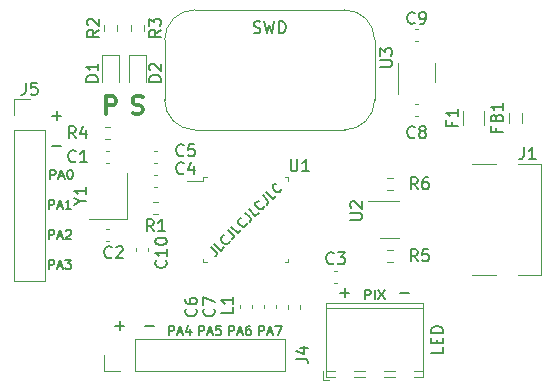
<source format=gbr>
%TF.GenerationSoftware,KiCad,Pcbnew,(6.0.5)*%
%TF.CreationDate,2022-06-21T13:53:18+02:00*%
%TF.ProjectId,usb-c_demo1,7573622d-635f-4646-956d-6f312e6b6963,rev?*%
%TF.SameCoordinates,Original*%
%TF.FileFunction,Legend,Top*%
%TF.FilePolarity,Positive*%
%FSLAX46Y46*%
G04 Gerber Fmt 4.6, Leading zero omitted, Abs format (unit mm)*
G04 Created by KiCad (PCBNEW (6.0.5)) date 2022-06-21 13:53:18*
%MOMM*%
%LPD*%
G01*
G04 APERTURE LIST*
%ADD10C,0.150000*%
%ADD11C,0.300000*%
%ADD12C,0.120000*%
G04 APERTURE END LIST*
D10*
X44575291Y-65803147D02*
X44979352Y-66207208D01*
X45033227Y-66314958D01*
X45033227Y-66422708D01*
X44979352Y-66530457D01*
X44925478Y-66584332D01*
X45679725Y-65830085D02*
X45410351Y-66099459D01*
X44844665Y-65533773D01*
X46137661Y-65264399D02*
X46137661Y-65318274D01*
X46083786Y-65426024D01*
X46029911Y-65479898D01*
X45922162Y-65533773D01*
X45814412Y-65533773D01*
X45733600Y-65506836D01*
X45598913Y-65426024D01*
X45518101Y-65345211D01*
X45437288Y-65210524D01*
X45410351Y-65129712D01*
X45410351Y-65021963D01*
X45464226Y-64914213D01*
X45518101Y-64860338D01*
X45625850Y-64806463D01*
X45679725Y-64806463D01*
X46029911Y-64348528D02*
X46433972Y-64752589D01*
X46487847Y-64860338D01*
X46487847Y-64968088D01*
X46433972Y-65075837D01*
X46380097Y-65129712D01*
X47134345Y-64375465D02*
X46864971Y-64644839D01*
X46299285Y-64079154D01*
X47592280Y-63809780D02*
X47592280Y-63863654D01*
X47538406Y-63971404D01*
X47484531Y-64025279D01*
X47376781Y-64079154D01*
X47269032Y-64079154D01*
X47188219Y-64052216D01*
X47053532Y-63971404D01*
X46972720Y-63890592D01*
X46891908Y-63755905D01*
X46864971Y-63675093D01*
X46864971Y-63567343D01*
X46918845Y-63459593D01*
X46972720Y-63405719D01*
X47080470Y-63351844D01*
X47134345Y-63351844D01*
X47484531Y-62893908D02*
X47888592Y-63297969D01*
X47942467Y-63405719D01*
X47942467Y-63513468D01*
X47888592Y-63621218D01*
X47834717Y-63675093D01*
X48588964Y-62920845D02*
X48319590Y-63190219D01*
X47753905Y-62624534D01*
X49046900Y-62355160D02*
X49046900Y-62409035D01*
X48993025Y-62516784D01*
X48939150Y-62570659D01*
X48831401Y-62624534D01*
X48723651Y-62624534D01*
X48642839Y-62597597D01*
X48508152Y-62516784D01*
X48427340Y-62435972D01*
X48346528Y-62301285D01*
X48319590Y-62220473D01*
X48319590Y-62112723D01*
X48373465Y-62004974D01*
X48427340Y-61951099D01*
X48535089Y-61897224D01*
X48588964Y-61897224D01*
X48939150Y-61439288D02*
X49343211Y-61843349D01*
X49397086Y-61951099D01*
X49397086Y-62058849D01*
X49343211Y-62166598D01*
X49289337Y-62220473D01*
X50043584Y-61466226D02*
X49774210Y-61735600D01*
X49208524Y-61169914D01*
X50501520Y-60900540D02*
X50501520Y-60954415D01*
X50447645Y-61062165D01*
X50393770Y-61116039D01*
X50286021Y-61169914D01*
X50178271Y-61169914D01*
X50097459Y-61142977D01*
X49962772Y-61062165D01*
X49881960Y-60981352D01*
X49801147Y-60846665D01*
X49774210Y-60765853D01*
X49774210Y-60658104D01*
X49828085Y-60550354D01*
X49881960Y-60496479D01*
X49989709Y-60442604D01*
X50043584Y-60442604D01*
X55499047Y-69667428D02*
X56260952Y-69667428D01*
X55880000Y-70048380D02*
X55880000Y-69286476D01*
D11*
X35675142Y-54526571D02*
X35675142Y-53026571D01*
X36246571Y-53026571D01*
X36389428Y-53098000D01*
X36460857Y-53169428D01*
X36532285Y-53312285D01*
X36532285Y-53526571D01*
X36460857Y-53669428D01*
X36389428Y-53740857D01*
X36246571Y-53812285D01*
X35675142Y-53812285D01*
D10*
X38989047Y-72461428D02*
X39750952Y-72461428D01*
X46056666Y-73259904D02*
X46056666Y-72459904D01*
X46361428Y-72459904D01*
X46437619Y-72498000D01*
X46475714Y-72536095D01*
X46513809Y-72612285D01*
X46513809Y-72726571D01*
X46475714Y-72802761D01*
X46437619Y-72840857D01*
X46361428Y-72878952D01*
X46056666Y-72878952D01*
X46818571Y-73031333D02*
X47199523Y-73031333D01*
X46742380Y-73259904D02*
X47009047Y-72459904D01*
X47275714Y-73259904D01*
X47885238Y-72459904D02*
X47732857Y-72459904D01*
X47656666Y-72498000D01*
X47618571Y-72536095D01*
X47542380Y-72650380D01*
X47504285Y-72802761D01*
X47504285Y-73107523D01*
X47542380Y-73183714D01*
X47580476Y-73221809D01*
X47656666Y-73259904D01*
X47809047Y-73259904D01*
X47885238Y-73221809D01*
X47923333Y-73183714D01*
X47961428Y-73107523D01*
X47961428Y-72917047D01*
X47923333Y-72840857D01*
X47885238Y-72802761D01*
X47809047Y-72764666D01*
X47656666Y-72764666D01*
X47580476Y-72802761D01*
X47542380Y-72840857D01*
X47504285Y-72917047D01*
X30816666Y-62591904D02*
X30816666Y-61791904D01*
X31121428Y-61791904D01*
X31197619Y-61830000D01*
X31235714Y-61868095D01*
X31273809Y-61944285D01*
X31273809Y-62058571D01*
X31235714Y-62134761D01*
X31197619Y-62172857D01*
X31121428Y-62210952D01*
X30816666Y-62210952D01*
X31578571Y-62363333D02*
X31959523Y-62363333D01*
X31502380Y-62591904D02*
X31769047Y-61791904D01*
X32035714Y-62591904D01*
X32721428Y-62591904D02*
X32264285Y-62591904D01*
X32492857Y-62591904D02*
X32492857Y-61791904D01*
X32416666Y-61906190D01*
X32340476Y-61982380D01*
X32264285Y-62020476D01*
X48596666Y-73259904D02*
X48596666Y-72459904D01*
X48901428Y-72459904D01*
X48977619Y-72498000D01*
X49015714Y-72536095D01*
X49053809Y-72612285D01*
X49053809Y-72726571D01*
X49015714Y-72802761D01*
X48977619Y-72840857D01*
X48901428Y-72878952D01*
X48596666Y-72878952D01*
X49358571Y-73031333D02*
X49739523Y-73031333D01*
X49282380Y-73259904D02*
X49549047Y-72459904D01*
X49815714Y-73259904D01*
X50006190Y-72459904D02*
X50539523Y-72459904D01*
X50196666Y-73259904D01*
X36449047Y-72461428D02*
X37210952Y-72461428D01*
X36830000Y-72842380D02*
X36830000Y-72080476D01*
X43516666Y-73259904D02*
X43516666Y-72459904D01*
X43821428Y-72459904D01*
X43897619Y-72498000D01*
X43935714Y-72536095D01*
X43973809Y-72612285D01*
X43973809Y-72726571D01*
X43935714Y-72802761D01*
X43897619Y-72840857D01*
X43821428Y-72878952D01*
X43516666Y-72878952D01*
X44278571Y-73031333D02*
X44659523Y-73031333D01*
X44202380Y-73259904D02*
X44469047Y-72459904D01*
X44735714Y-73259904D01*
X45383333Y-72459904D02*
X45002380Y-72459904D01*
X44964285Y-72840857D01*
X45002380Y-72802761D01*
X45078571Y-72764666D01*
X45269047Y-72764666D01*
X45345238Y-72802761D01*
X45383333Y-72840857D01*
X45421428Y-72917047D01*
X45421428Y-73107523D01*
X45383333Y-73183714D01*
X45345238Y-73221809D01*
X45269047Y-73259904D01*
X45078571Y-73259904D01*
X45002380Y-73221809D01*
X44964285Y-73183714D01*
X30816666Y-67671904D02*
X30816666Y-66871904D01*
X31121428Y-66871904D01*
X31197619Y-66910000D01*
X31235714Y-66948095D01*
X31273809Y-67024285D01*
X31273809Y-67138571D01*
X31235714Y-67214761D01*
X31197619Y-67252857D01*
X31121428Y-67290952D01*
X30816666Y-67290952D01*
X31578571Y-67443333D02*
X31959523Y-67443333D01*
X31502380Y-67671904D02*
X31769047Y-66871904D01*
X32035714Y-67671904D01*
X32226190Y-66871904D02*
X32721428Y-66871904D01*
X32454761Y-67176666D01*
X32569047Y-67176666D01*
X32645238Y-67214761D01*
X32683333Y-67252857D01*
X32721428Y-67329047D01*
X32721428Y-67519523D01*
X32683333Y-67595714D01*
X32645238Y-67633809D01*
X32569047Y-67671904D01*
X32340476Y-67671904D01*
X32264285Y-67633809D01*
X32226190Y-67595714D01*
X31115047Y-54681428D02*
X31876952Y-54681428D01*
X31496000Y-55062380D02*
X31496000Y-54300476D01*
D11*
X37925428Y-54455142D02*
X38139714Y-54526571D01*
X38496857Y-54526571D01*
X38639714Y-54455142D01*
X38711142Y-54383714D01*
X38782571Y-54240857D01*
X38782571Y-54098000D01*
X38711142Y-53955142D01*
X38639714Y-53883714D01*
X38496857Y-53812285D01*
X38211142Y-53740857D01*
X38068285Y-53669428D01*
X37996857Y-53598000D01*
X37925428Y-53455142D01*
X37925428Y-53312285D01*
X37996857Y-53169428D01*
X38068285Y-53098000D01*
X38211142Y-53026571D01*
X38568285Y-53026571D01*
X38782571Y-53098000D01*
D10*
X30816666Y-65131904D02*
X30816666Y-64331904D01*
X31121428Y-64331904D01*
X31197619Y-64370000D01*
X31235714Y-64408095D01*
X31273809Y-64484285D01*
X31273809Y-64598571D01*
X31235714Y-64674761D01*
X31197619Y-64712857D01*
X31121428Y-64750952D01*
X30816666Y-64750952D01*
X31578571Y-64903333D02*
X31959523Y-64903333D01*
X31502380Y-65131904D02*
X31769047Y-64331904D01*
X32035714Y-65131904D01*
X32264285Y-64408095D02*
X32302380Y-64370000D01*
X32378571Y-64331904D01*
X32569047Y-64331904D01*
X32645238Y-64370000D01*
X32683333Y-64408095D01*
X32721428Y-64484285D01*
X32721428Y-64560476D01*
X32683333Y-64674761D01*
X32226190Y-65131904D01*
X32721428Y-65131904D01*
X31115047Y-57221428D02*
X31876952Y-57221428D01*
X30943666Y-60051904D02*
X30943666Y-59251904D01*
X31248428Y-59251904D01*
X31324619Y-59290000D01*
X31362714Y-59328095D01*
X31400809Y-59404285D01*
X31400809Y-59518571D01*
X31362714Y-59594761D01*
X31324619Y-59632857D01*
X31248428Y-59670952D01*
X30943666Y-59670952D01*
X31705571Y-59823333D02*
X32086523Y-59823333D01*
X31629380Y-60051904D02*
X31896047Y-59251904D01*
X32162714Y-60051904D01*
X32581761Y-59251904D02*
X32657952Y-59251904D01*
X32734142Y-59290000D01*
X32772238Y-59328095D01*
X32810333Y-59404285D01*
X32848428Y-59556666D01*
X32848428Y-59747142D01*
X32810333Y-59899523D01*
X32772238Y-59975714D01*
X32734142Y-60013809D01*
X32657952Y-60051904D01*
X32581761Y-60051904D01*
X32505571Y-60013809D01*
X32467476Y-59975714D01*
X32429380Y-59899523D01*
X32391285Y-59747142D01*
X32391285Y-59556666D01*
X32429380Y-59404285D01*
X32467476Y-59328095D01*
X32505571Y-59290000D01*
X32581761Y-59251904D01*
X60579047Y-69667428D02*
X61340952Y-69667428D01*
X40976666Y-73259904D02*
X40976666Y-72459904D01*
X41281428Y-72459904D01*
X41357619Y-72498000D01*
X41395714Y-72536095D01*
X41433809Y-72612285D01*
X41433809Y-72726571D01*
X41395714Y-72802761D01*
X41357619Y-72840857D01*
X41281428Y-72878952D01*
X40976666Y-72878952D01*
X41738571Y-73031333D02*
X42119523Y-73031333D01*
X41662380Y-73259904D02*
X41929047Y-72459904D01*
X42195714Y-73259904D01*
X42805238Y-72726571D02*
X42805238Y-73259904D01*
X42614761Y-72421809D02*
X42424285Y-72993238D01*
X42919523Y-72993238D01*
X57639047Y-70211904D02*
X57639047Y-69411904D01*
X57943809Y-69411904D01*
X58020000Y-69450000D01*
X58058095Y-69488095D01*
X58096190Y-69564285D01*
X58096190Y-69678571D01*
X58058095Y-69754761D01*
X58020000Y-69792857D01*
X57943809Y-69830952D01*
X57639047Y-69830952D01*
X58439047Y-70211904D02*
X58439047Y-69411904D01*
X58743809Y-69411904D02*
X59277142Y-70211904D01*
X59277142Y-69411904D02*
X58743809Y-70211904D01*
%TO.C,C3*%
X54951333Y-67159142D02*
X54903714Y-67206761D01*
X54760857Y-67254380D01*
X54665619Y-67254380D01*
X54522761Y-67206761D01*
X54427523Y-67111523D01*
X54379904Y-67016285D01*
X54332285Y-66825809D01*
X54332285Y-66682952D01*
X54379904Y-66492476D01*
X54427523Y-66397238D01*
X54522761Y-66302000D01*
X54665619Y-66254380D01*
X54760857Y-66254380D01*
X54903714Y-66302000D01*
X54951333Y-66349619D01*
X55284666Y-66254380D02*
X55903714Y-66254380D01*
X55570380Y-66635333D01*
X55713238Y-66635333D01*
X55808476Y-66682952D01*
X55856095Y-66730571D01*
X55903714Y-66825809D01*
X55903714Y-67063904D01*
X55856095Y-67159142D01*
X55808476Y-67206761D01*
X55713238Y-67254380D01*
X55427523Y-67254380D01*
X55332285Y-67206761D01*
X55284666Y-67159142D01*
%TO.C,J1*%
X71040666Y-57364380D02*
X71040666Y-58078666D01*
X70993047Y-58221523D01*
X70897809Y-58316761D01*
X70754952Y-58364380D01*
X70659714Y-58364380D01*
X72040666Y-58364380D02*
X71469238Y-58364380D01*
X71754952Y-58364380D02*
X71754952Y-57364380D01*
X71659714Y-57507238D01*
X71564476Y-57602476D01*
X71469238Y-57650095D01*
%TO.C,C10*%
X40743142Y-66936857D02*
X40790761Y-66984476D01*
X40838380Y-67127333D01*
X40838380Y-67222571D01*
X40790761Y-67365428D01*
X40695523Y-67460666D01*
X40600285Y-67508285D01*
X40409809Y-67555904D01*
X40266952Y-67555904D01*
X40076476Y-67508285D01*
X39981238Y-67460666D01*
X39886000Y-67365428D01*
X39838380Y-67222571D01*
X39838380Y-67127333D01*
X39886000Y-66984476D01*
X39933619Y-66936857D01*
X40838380Y-65984476D02*
X40838380Y-66555904D01*
X40838380Y-66270190D02*
X39838380Y-66270190D01*
X39981238Y-66365428D01*
X40076476Y-66460666D01*
X40124095Y-66555904D01*
X39838380Y-65365428D02*
X39838380Y-65270190D01*
X39886000Y-65174952D01*
X39933619Y-65127333D01*
X40028857Y-65079714D01*
X40219333Y-65032095D01*
X40457428Y-65032095D01*
X40647904Y-65079714D01*
X40743142Y-65127333D01*
X40790761Y-65174952D01*
X40838380Y-65270190D01*
X40838380Y-65365428D01*
X40790761Y-65460666D01*
X40743142Y-65508285D01*
X40647904Y-65555904D01*
X40457428Y-65603523D01*
X40219333Y-65603523D01*
X40028857Y-65555904D01*
X39933619Y-65508285D01*
X39886000Y-65460666D01*
X39838380Y-65365428D01*
%TO.C,R4*%
X33107333Y-56586380D02*
X32774000Y-56110190D01*
X32535904Y-56586380D02*
X32535904Y-55586380D01*
X32916857Y-55586380D01*
X33012095Y-55634000D01*
X33059714Y-55681619D01*
X33107333Y-55776857D01*
X33107333Y-55919714D01*
X33059714Y-56014952D01*
X33012095Y-56062571D01*
X32916857Y-56110190D01*
X32535904Y-56110190D01*
X33964476Y-55919714D02*
X33964476Y-56586380D01*
X33726380Y-55538761D02*
X33488285Y-56253047D01*
X34107333Y-56253047D01*
%TO.C,J4*%
X51776380Y-75263333D02*
X52490666Y-75263333D01*
X52633523Y-75310952D01*
X52728761Y-75406190D01*
X52776380Y-75549047D01*
X52776380Y-75644285D01*
X52109714Y-74358571D02*
X52776380Y-74358571D01*
X51728761Y-74596666D02*
X52443047Y-74834761D01*
X52443047Y-74215714D01*
%TO.C,C6*%
X43283142Y-71032666D02*
X43330761Y-71080285D01*
X43378380Y-71223142D01*
X43378380Y-71318380D01*
X43330761Y-71461238D01*
X43235523Y-71556476D01*
X43140285Y-71604095D01*
X42949809Y-71651714D01*
X42806952Y-71651714D01*
X42616476Y-71604095D01*
X42521238Y-71556476D01*
X42426000Y-71461238D01*
X42378380Y-71318380D01*
X42378380Y-71223142D01*
X42426000Y-71080285D01*
X42473619Y-71032666D01*
X42378380Y-70175523D02*
X42378380Y-70366000D01*
X42426000Y-70461238D01*
X42473619Y-70508857D01*
X42616476Y-70604095D01*
X42806952Y-70651714D01*
X43187904Y-70651714D01*
X43283142Y-70604095D01*
X43330761Y-70556476D01*
X43378380Y-70461238D01*
X43378380Y-70270761D01*
X43330761Y-70175523D01*
X43283142Y-70127904D01*
X43187904Y-70080285D01*
X42949809Y-70080285D01*
X42854571Y-70127904D01*
X42806952Y-70175523D01*
X42759333Y-70270761D01*
X42759333Y-70461238D01*
X42806952Y-70556476D01*
X42854571Y-70604095D01*
X42949809Y-70651714D01*
%TO.C,C9*%
X61809333Y-46806142D02*
X61761714Y-46853761D01*
X61618857Y-46901380D01*
X61523619Y-46901380D01*
X61380761Y-46853761D01*
X61285523Y-46758523D01*
X61237904Y-46663285D01*
X61190285Y-46472809D01*
X61190285Y-46329952D01*
X61237904Y-46139476D01*
X61285523Y-46044238D01*
X61380761Y-45949000D01*
X61523619Y-45901380D01*
X61618857Y-45901380D01*
X61761714Y-45949000D01*
X61809333Y-45996619D01*
X62285523Y-46901380D02*
X62476000Y-46901380D01*
X62571238Y-46853761D01*
X62618857Y-46806142D01*
X62714095Y-46663285D01*
X62761714Y-46472809D01*
X62761714Y-46091857D01*
X62714095Y-45996619D01*
X62666476Y-45949000D01*
X62571238Y-45901380D01*
X62380761Y-45901380D01*
X62285523Y-45949000D01*
X62237904Y-45996619D01*
X62190285Y-46091857D01*
X62190285Y-46329952D01*
X62237904Y-46425190D01*
X62285523Y-46472809D01*
X62380761Y-46520428D01*
X62571238Y-46520428D01*
X62666476Y-46472809D01*
X62714095Y-46425190D01*
X62761714Y-46329952D01*
%TO.C,C8*%
X61809333Y-56491142D02*
X61761714Y-56538761D01*
X61618857Y-56586380D01*
X61523619Y-56586380D01*
X61380761Y-56538761D01*
X61285523Y-56443523D01*
X61237904Y-56348285D01*
X61190285Y-56157809D01*
X61190285Y-56014952D01*
X61237904Y-55824476D01*
X61285523Y-55729238D01*
X61380761Y-55634000D01*
X61523619Y-55586380D01*
X61618857Y-55586380D01*
X61761714Y-55634000D01*
X61809333Y-55681619D01*
X62380761Y-56014952D02*
X62285523Y-55967333D01*
X62237904Y-55919714D01*
X62190285Y-55824476D01*
X62190285Y-55776857D01*
X62237904Y-55681619D01*
X62285523Y-55634000D01*
X62380761Y-55586380D01*
X62571238Y-55586380D01*
X62666476Y-55634000D01*
X62714095Y-55681619D01*
X62761714Y-55776857D01*
X62761714Y-55824476D01*
X62714095Y-55919714D01*
X62666476Y-55967333D01*
X62571238Y-56014952D01*
X62380761Y-56014952D01*
X62285523Y-56062571D01*
X62237904Y-56110190D01*
X62190285Y-56205428D01*
X62190285Y-56395904D01*
X62237904Y-56491142D01*
X62285523Y-56538761D01*
X62380761Y-56586380D01*
X62571238Y-56586380D01*
X62666476Y-56538761D01*
X62714095Y-56491142D01*
X62761714Y-56395904D01*
X62761714Y-56205428D01*
X62714095Y-56110190D01*
X62666476Y-56062571D01*
X62571238Y-56014952D01*
%TO.C,J2*%
X48172857Y-47648761D02*
X48315714Y-47696380D01*
X48553809Y-47696380D01*
X48649047Y-47648761D01*
X48696666Y-47601142D01*
X48744285Y-47505904D01*
X48744285Y-47410666D01*
X48696666Y-47315428D01*
X48649047Y-47267809D01*
X48553809Y-47220190D01*
X48363333Y-47172571D01*
X48268095Y-47124952D01*
X48220476Y-47077333D01*
X48172857Y-46982095D01*
X48172857Y-46886857D01*
X48220476Y-46791619D01*
X48268095Y-46744000D01*
X48363333Y-46696380D01*
X48601428Y-46696380D01*
X48744285Y-46744000D01*
X49077619Y-46696380D02*
X49315714Y-47696380D01*
X49506190Y-46982095D01*
X49696666Y-47696380D01*
X49934761Y-46696380D01*
X50315714Y-47696380D02*
X50315714Y-46696380D01*
X50553809Y-46696380D01*
X50696666Y-46744000D01*
X50791904Y-46839238D01*
X50839523Y-46934476D01*
X50887142Y-47124952D01*
X50887142Y-47267809D01*
X50839523Y-47458285D01*
X50791904Y-47553523D01*
X50696666Y-47648761D01*
X50553809Y-47696380D01*
X50315714Y-47696380D01*
%TO.C,J5*%
X28876666Y-51903380D02*
X28876666Y-52617666D01*
X28829047Y-52760523D01*
X28733809Y-52855761D01*
X28590952Y-52903380D01*
X28495714Y-52903380D01*
X29829047Y-51903380D02*
X29352857Y-51903380D01*
X29305238Y-52379571D01*
X29352857Y-52331952D01*
X29448095Y-52284333D01*
X29686190Y-52284333D01*
X29781428Y-52331952D01*
X29829047Y-52379571D01*
X29876666Y-52474809D01*
X29876666Y-52712904D01*
X29829047Y-52808142D01*
X29781428Y-52855761D01*
X29686190Y-52903380D01*
X29448095Y-52903380D01*
X29352857Y-52855761D01*
X29305238Y-52808142D01*
%TO.C,U2*%
X56348380Y-63499904D02*
X57157904Y-63499904D01*
X57253142Y-63452285D01*
X57300761Y-63404666D01*
X57348380Y-63309428D01*
X57348380Y-63118952D01*
X57300761Y-63023714D01*
X57253142Y-62976095D01*
X57157904Y-62928476D01*
X56348380Y-62928476D01*
X56443619Y-62499904D02*
X56396000Y-62452285D01*
X56348380Y-62357047D01*
X56348380Y-62118952D01*
X56396000Y-62023714D01*
X56443619Y-61976095D01*
X56538857Y-61928476D01*
X56634095Y-61928476D01*
X56776952Y-61976095D01*
X57348380Y-62547523D01*
X57348380Y-61928476D01*
%TO.C,FB1*%
X68736571Y-55697333D02*
X68736571Y-56030666D01*
X69260380Y-56030666D02*
X68260380Y-56030666D01*
X68260380Y-55554476D01*
X68736571Y-54840190D02*
X68784190Y-54697333D01*
X68831809Y-54649714D01*
X68927047Y-54602095D01*
X69069904Y-54602095D01*
X69165142Y-54649714D01*
X69212761Y-54697333D01*
X69260380Y-54792571D01*
X69260380Y-55173523D01*
X68260380Y-55173523D01*
X68260380Y-54840190D01*
X68308000Y-54744952D01*
X68355619Y-54697333D01*
X68450857Y-54649714D01*
X68546095Y-54649714D01*
X68641333Y-54697333D01*
X68688952Y-54744952D01*
X68736571Y-54840190D01*
X68736571Y-55173523D01*
X69260380Y-53649714D02*
X69260380Y-54221142D01*
X69260380Y-53935428D02*
X68260380Y-53935428D01*
X68403238Y-54030666D01*
X68498476Y-54125904D01*
X68546095Y-54221142D01*
%TO.C,C7*%
X44807142Y-71032666D02*
X44854761Y-71080285D01*
X44902380Y-71223142D01*
X44902380Y-71318380D01*
X44854761Y-71461238D01*
X44759523Y-71556476D01*
X44664285Y-71604095D01*
X44473809Y-71651714D01*
X44330952Y-71651714D01*
X44140476Y-71604095D01*
X44045238Y-71556476D01*
X43950000Y-71461238D01*
X43902380Y-71318380D01*
X43902380Y-71223142D01*
X43950000Y-71080285D01*
X43997619Y-71032666D01*
X43902380Y-70699333D02*
X43902380Y-70032666D01*
X44902380Y-70461238D01*
%TO.C,D1*%
X34996380Y-51792095D02*
X33996380Y-51792095D01*
X33996380Y-51554000D01*
X34044000Y-51411142D01*
X34139238Y-51315904D01*
X34234476Y-51268285D01*
X34424952Y-51220666D01*
X34567809Y-51220666D01*
X34758285Y-51268285D01*
X34853523Y-51315904D01*
X34948761Y-51411142D01*
X34996380Y-51554000D01*
X34996380Y-51792095D01*
X34996380Y-50268285D02*
X34996380Y-50839714D01*
X34996380Y-50554000D02*
X33996380Y-50554000D01*
X34139238Y-50649238D01*
X34234476Y-50744476D01*
X34282095Y-50839714D01*
%TO.C,J3*%
X64206380Y-74302857D02*
X64206380Y-74779047D01*
X63206380Y-74779047D01*
X63682571Y-73969523D02*
X63682571Y-73636190D01*
X64206380Y-73493333D02*
X64206380Y-73969523D01*
X63206380Y-73969523D01*
X63206380Y-73493333D01*
X64206380Y-73064761D02*
X63206380Y-73064761D01*
X63206380Y-72826666D01*
X63254000Y-72683809D01*
X63349238Y-72588571D01*
X63444476Y-72540952D01*
X63634952Y-72493333D01*
X63777809Y-72493333D01*
X63968285Y-72540952D01*
X64063523Y-72588571D01*
X64158761Y-72683809D01*
X64206380Y-72826666D01*
X64206380Y-73064761D01*
%TO.C,L1*%
X46426380Y-70892086D02*
X46426380Y-71368277D01*
X45426380Y-71368277D01*
X46426380Y-70034943D02*
X46426380Y-70606372D01*
X46426380Y-70320658D02*
X45426380Y-70320658D01*
X45569238Y-70415896D01*
X45664476Y-70511134D01*
X45712095Y-70606372D01*
%TO.C,U1*%
X51308095Y-58380380D02*
X51308095Y-59189904D01*
X51355714Y-59285142D01*
X51403333Y-59332761D01*
X51498571Y-59380380D01*
X51689047Y-59380380D01*
X51784285Y-59332761D01*
X51831904Y-59285142D01*
X51879523Y-59189904D01*
X51879523Y-58380380D01*
X52879523Y-59380380D02*
X52308095Y-59380380D01*
X52593809Y-59380380D02*
X52593809Y-58380380D01*
X52498571Y-58523238D01*
X52403333Y-58618476D01*
X52308095Y-58666095D01*
%TO.C,C1*%
X33107333Y-58523142D02*
X33059714Y-58570761D01*
X32916857Y-58618380D01*
X32821619Y-58618380D01*
X32678761Y-58570761D01*
X32583523Y-58475523D01*
X32535904Y-58380285D01*
X32488285Y-58189809D01*
X32488285Y-58046952D01*
X32535904Y-57856476D01*
X32583523Y-57761238D01*
X32678761Y-57666000D01*
X32821619Y-57618380D01*
X32916857Y-57618380D01*
X33059714Y-57666000D01*
X33107333Y-57713619D01*
X34059714Y-58618380D02*
X33488285Y-58618380D01*
X33774000Y-58618380D02*
X33774000Y-57618380D01*
X33678761Y-57761238D01*
X33583523Y-57856476D01*
X33488285Y-57904095D01*
%TO.C,F1*%
X64952571Y-55197333D02*
X64952571Y-55530666D01*
X65476380Y-55530666D02*
X64476380Y-55530666D01*
X64476380Y-55054476D01*
X65476380Y-54149714D02*
X65476380Y-54721142D01*
X65476380Y-54435428D02*
X64476380Y-54435428D01*
X64619238Y-54530666D01*
X64714476Y-54625904D01*
X64762095Y-54721142D01*
%TO.C,C2*%
X36155333Y-66651142D02*
X36107714Y-66698761D01*
X35964857Y-66746380D01*
X35869619Y-66746380D01*
X35726761Y-66698761D01*
X35631523Y-66603523D01*
X35583904Y-66508285D01*
X35536285Y-66317809D01*
X35536285Y-66174952D01*
X35583904Y-65984476D01*
X35631523Y-65889238D01*
X35726761Y-65794000D01*
X35869619Y-65746380D01*
X35964857Y-65746380D01*
X36107714Y-65794000D01*
X36155333Y-65841619D01*
X36536285Y-65841619D02*
X36583904Y-65794000D01*
X36679142Y-65746380D01*
X36917238Y-65746380D01*
X37012476Y-65794000D01*
X37060095Y-65841619D01*
X37107714Y-65936857D01*
X37107714Y-66032095D01*
X37060095Y-66174952D01*
X36488666Y-66746380D01*
X37107714Y-66746380D01*
%TO.C,R5*%
X62063333Y-67000380D02*
X61730000Y-66524190D01*
X61491904Y-67000380D02*
X61491904Y-66000380D01*
X61872857Y-66000380D01*
X61968095Y-66048000D01*
X62015714Y-66095619D01*
X62063333Y-66190857D01*
X62063333Y-66333714D01*
X62015714Y-66428952D01*
X61968095Y-66476571D01*
X61872857Y-66524190D01*
X61491904Y-66524190D01*
X62968095Y-66000380D02*
X62491904Y-66000380D01*
X62444285Y-66476571D01*
X62491904Y-66428952D01*
X62587142Y-66381333D01*
X62825238Y-66381333D01*
X62920476Y-66428952D01*
X62968095Y-66476571D01*
X63015714Y-66571809D01*
X63015714Y-66809904D01*
X62968095Y-66905142D01*
X62920476Y-66952761D01*
X62825238Y-67000380D01*
X62587142Y-67000380D01*
X62491904Y-66952761D01*
X62444285Y-66905142D01*
%TO.C,Y1*%
X33504190Y-61944190D02*
X33980380Y-61944190D01*
X32980380Y-62277523D02*
X33504190Y-61944190D01*
X32980380Y-61610857D01*
X33980380Y-60753714D02*
X33980380Y-61325142D01*
X33980380Y-61039428D02*
X32980380Y-61039428D01*
X33123238Y-61134666D01*
X33218476Y-61229904D01*
X33266095Y-61325142D01*
%TO.C,C4*%
X42251333Y-59539142D02*
X42203714Y-59586761D01*
X42060857Y-59634380D01*
X41965619Y-59634380D01*
X41822761Y-59586761D01*
X41727523Y-59491523D01*
X41679904Y-59396285D01*
X41632285Y-59205809D01*
X41632285Y-59062952D01*
X41679904Y-58872476D01*
X41727523Y-58777238D01*
X41822761Y-58682000D01*
X41965619Y-58634380D01*
X42060857Y-58634380D01*
X42203714Y-58682000D01*
X42251333Y-58729619D01*
X43108476Y-58967714D02*
X43108476Y-59634380D01*
X42870380Y-58586761D02*
X42632285Y-59301047D01*
X43251333Y-59301047D01*
%TO.C,R1*%
X39711333Y-64460380D02*
X39378000Y-63984190D01*
X39139904Y-64460380D02*
X39139904Y-63460380D01*
X39520857Y-63460380D01*
X39616095Y-63508000D01*
X39663714Y-63555619D01*
X39711333Y-63650857D01*
X39711333Y-63793714D01*
X39663714Y-63888952D01*
X39616095Y-63936571D01*
X39520857Y-63984190D01*
X39139904Y-63984190D01*
X40663714Y-64460380D02*
X40092285Y-64460380D01*
X40378000Y-64460380D02*
X40378000Y-63460380D01*
X40282761Y-63603238D01*
X40187523Y-63698476D01*
X40092285Y-63746095D01*
%TO.C,C5*%
X42251333Y-58015142D02*
X42203714Y-58062761D01*
X42060857Y-58110380D01*
X41965619Y-58110380D01*
X41822761Y-58062761D01*
X41727523Y-57967523D01*
X41679904Y-57872285D01*
X41632285Y-57681809D01*
X41632285Y-57538952D01*
X41679904Y-57348476D01*
X41727523Y-57253238D01*
X41822761Y-57158000D01*
X41965619Y-57110380D01*
X42060857Y-57110380D01*
X42203714Y-57158000D01*
X42251333Y-57205619D01*
X43156095Y-57110380D02*
X42679904Y-57110380D01*
X42632285Y-57586571D01*
X42679904Y-57538952D01*
X42775142Y-57491333D01*
X43013238Y-57491333D01*
X43108476Y-57538952D01*
X43156095Y-57586571D01*
X43203714Y-57681809D01*
X43203714Y-57919904D01*
X43156095Y-58015142D01*
X43108476Y-58062761D01*
X43013238Y-58110380D01*
X42775142Y-58110380D01*
X42679904Y-58062761D01*
X42632285Y-58015142D01*
%TO.C,R3*%
X40330380Y-47410666D02*
X39854190Y-47744000D01*
X40330380Y-47982095D02*
X39330380Y-47982095D01*
X39330380Y-47601142D01*
X39378000Y-47505904D01*
X39425619Y-47458285D01*
X39520857Y-47410666D01*
X39663714Y-47410666D01*
X39758952Y-47458285D01*
X39806571Y-47505904D01*
X39854190Y-47601142D01*
X39854190Y-47982095D01*
X39330380Y-47077333D02*
X39330380Y-46458285D01*
X39711333Y-46791619D01*
X39711333Y-46648761D01*
X39758952Y-46553523D01*
X39806571Y-46505904D01*
X39901809Y-46458285D01*
X40139904Y-46458285D01*
X40235142Y-46505904D01*
X40282761Y-46553523D01*
X40330380Y-46648761D01*
X40330380Y-46934476D01*
X40282761Y-47029714D01*
X40235142Y-47077333D01*
%TO.C,U3*%
X58888380Y-50545904D02*
X59697904Y-50545904D01*
X59793142Y-50498285D01*
X59840761Y-50450666D01*
X59888380Y-50355428D01*
X59888380Y-50164952D01*
X59840761Y-50069714D01*
X59793142Y-50022095D01*
X59697904Y-49974476D01*
X58888380Y-49974476D01*
X58888380Y-49593523D02*
X58888380Y-48974476D01*
X59269333Y-49307809D01*
X59269333Y-49164952D01*
X59316952Y-49069714D01*
X59364571Y-49022095D01*
X59459809Y-48974476D01*
X59697904Y-48974476D01*
X59793142Y-49022095D01*
X59840761Y-49069714D01*
X59888380Y-49164952D01*
X59888380Y-49450666D01*
X59840761Y-49545904D01*
X59793142Y-49593523D01*
%TO.C,D2*%
X40330380Y-51792095D02*
X39330380Y-51792095D01*
X39330380Y-51554000D01*
X39378000Y-51411142D01*
X39473238Y-51315904D01*
X39568476Y-51268285D01*
X39758952Y-51220666D01*
X39901809Y-51220666D01*
X40092285Y-51268285D01*
X40187523Y-51315904D01*
X40282761Y-51411142D01*
X40330380Y-51554000D01*
X40330380Y-51792095D01*
X39425619Y-50839714D02*
X39378000Y-50792095D01*
X39330380Y-50696857D01*
X39330380Y-50458761D01*
X39378000Y-50363523D01*
X39425619Y-50315904D01*
X39520857Y-50268285D01*
X39616095Y-50268285D01*
X39758952Y-50315904D01*
X40330380Y-50887333D01*
X40330380Y-50268285D01*
%TO.C,R2*%
X35090380Y-47410666D02*
X34614190Y-47744000D01*
X35090380Y-47982095D02*
X34090380Y-47982095D01*
X34090380Y-47601142D01*
X34138000Y-47505904D01*
X34185619Y-47458285D01*
X34280857Y-47410666D01*
X34423714Y-47410666D01*
X34518952Y-47458285D01*
X34566571Y-47505904D01*
X34614190Y-47601142D01*
X34614190Y-47982095D01*
X34185619Y-47029714D02*
X34138000Y-46982095D01*
X34090380Y-46886857D01*
X34090380Y-46648761D01*
X34138000Y-46553523D01*
X34185619Y-46505904D01*
X34280857Y-46458285D01*
X34376095Y-46458285D01*
X34518952Y-46505904D01*
X35090380Y-47077333D01*
X35090380Y-46458285D01*
%TO.C,R6*%
X62063333Y-60904380D02*
X61730000Y-60428190D01*
X61491904Y-60904380D02*
X61491904Y-59904380D01*
X61872857Y-59904380D01*
X61968095Y-59952000D01*
X62015714Y-59999619D01*
X62063333Y-60094857D01*
X62063333Y-60237714D01*
X62015714Y-60332952D01*
X61968095Y-60380571D01*
X61872857Y-60428190D01*
X61491904Y-60428190D01*
X62920476Y-59904380D02*
X62730000Y-59904380D01*
X62634761Y-59952000D01*
X62587142Y-59999619D01*
X62491904Y-60142476D01*
X62444285Y-60332952D01*
X62444285Y-60713904D01*
X62491904Y-60809142D01*
X62539523Y-60856761D01*
X62634761Y-60904380D01*
X62825238Y-60904380D01*
X62920476Y-60856761D01*
X62968095Y-60809142D01*
X63015714Y-60713904D01*
X63015714Y-60475809D01*
X62968095Y-60380571D01*
X62920476Y-60332952D01*
X62825238Y-60285333D01*
X62634761Y-60285333D01*
X62539523Y-60332952D01*
X62491904Y-60380571D01*
X62444285Y-60475809D01*
D12*
%TO.C,C3*%
X54977420Y-67816000D02*
X55258580Y-67816000D01*
X54977420Y-68836000D02*
X55258580Y-68836000D01*
%TO.C,J1*%
X66680000Y-68200000D02*
X68680000Y-68200000D01*
X70580000Y-58800000D02*
X72480000Y-58800000D01*
X66680000Y-58800000D02*
X68680000Y-58800000D01*
X72480000Y-68200000D02*
X72480000Y-58800000D01*
X70580000Y-68200000D02*
X72480000Y-68200000D01*
%TO.C,C10*%
X38225000Y-65899420D02*
X38225000Y-66180580D01*
X39245000Y-65899420D02*
X39245000Y-66180580D01*
%TO.C,R4*%
X36051258Y-56656500D02*
X35576742Y-56656500D01*
X36051258Y-55611500D02*
X35576742Y-55611500D01*
%TO.C,J4*%
X38100000Y-73600000D02*
X50860000Y-73600000D01*
X38100000Y-76260000D02*
X50860000Y-76260000D01*
X35500000Y-76260000D02*
X35500000Y-74930000D01*
X38100000Y-76260000D02*
X38100000Y-73600000D01*
X36830000Y-76260000D02*
X35500000Y-76260000D01*
X50860000Y-76260000D02*
X50860000Y-73600000D01*
%TO.C,C6*%
X48008000Y-70725420D02*
X48008000Y-71006580D01*
X46988000Y-70725420D02*
X46988000Y-71006580D01*
%TO.C,C9*%
X61835420Y-48389000D02*
X62116580Y-48389000D01*
X61835420Y-47369000D02*
X62116580Y-47369000D01*
%TO.C,C8*%
X61835420Y-54739000D02*
X62116580Y-54739000D01*
X61835420Y-53719000D02*
X62116580Y-53719000D01*
%TO.C,J2*%
X55880000Y-45720000D02*
X43180000Y-45720000D01*
X43180000Y-55880000D02*
X55880000Y-55880000D01*
X58420000Y-53340000D02*
X58420000Y-48260000D01*
X40640000Y-48260000D02*
X40640000Y-53340000D01*
X58420000Y-48260000D02*
G75*
G03*
X55880000Y-45720000I-2540001J-1D01*
G01*
X40640000Y-53340000D02*
G75*
G03*
X43180000Y-55880000I2540000J0D01*
G01*
X55880000Y-55880000D02*
G75*
G03*
X58420000Y-53340000I0J2540000D01*
G01*
X43180000Y-45720000D02*
G75*
G03*
X40640000Y-48260000I1J-2540001D01*
G01*
%TO.C,J5*%
X27880000Y-55880000D02*
X30540000Y-55880000D01*
X30540000Y-55880000D02*
X30540000Y-68640000D01*
X27880000Y-53280000D02*
X29210000Y-53280000D01*
X27880000Y-55880000D02*
X27880000Y-68640000D01*
X27880000Y-68640000D02*
X30540000Y-68640000D01*
X27880000Y-54610000D02*
X27880000Y-53280000D01*
%TO.C,U2*%
X59690000Y-65060000D02*
X58890000Y-65060000D01*
X59690000Y-65060000D02*
X60490000Y-65060000D01*
X59690000Y-61940000D02*
X60490000Y-61940000D01*
X59690000Y-61940000D02*
X57890000Y-61940000D01*
%TO.C,FB1*%
X69798000Y-55263622D02*
X69798000Y-54464378D01*
X70918000Y-55263622D02*
X70918000Y-54464378D01*
%TO.C,C7*%
X49020000Y-70725420D02*
X49020000Y-71006580D01*
X50040000Y-70725420D02*
X50040000Y-71006580D01*
%TO.C,D1*%
X36803000Y-51854000D02*
X36803000Y-49569000D01*
X36803000Y-49569000D02*
X35333000Y-49569000D01*
X35333000Y-49569000D02*
X35333000Y-51854000D01*
%TO.C,J3*%
X54320000Y-76260000D02*
X55090000Y-76260000D01*
X59210000Y-76820000D02*
X60170000Y-76820000D01*
X61750000Y-76820000D02*
X62520000Y-76820000D01*
X56670000Y-76820000D02*
X57630000Y-76820000D01*
X54320000Y-70960000D02*
X62520000Y-70960000D01*
X54320000Y-70500000D02*
X54320000Y-76820000D01*
X59210000Y-76260000D02*
X60170000Y-76260000D01*
X62520000Y-70500000D02*
X62520000Y-76820000D01*
X61750000Y-76260000D02*
X62520000Y-76260000D01*
X54320000Y-70500000D02*
X62520000Y-70500000D01*
X54080000Y-77060000D02*
X54580000Y-77060000D01*
X54080000Y-76320000D02*
X54080000Y-77060000D01*
X56670000Y-76260000D02*
X57630000Y-76260000D01*
X54320000Y-76820000D02*
X55090000Y-76820000D01*
%TO.C,L1*%
X52072000Y-71028779D02*
X52072000Y-70703221D01*
X51052000Y-71028779D02*
X51052000Y-70703221D01*
%TO.C,U1*%
X44188000Y-67110000D02*
X43888000Y-67110000D01*
X50808000Y-59890000D02*
X51108000Y-59890000D01*
X43888000Y-60190000D02*
X42573000Y-60190000D01*
X51108000Y-59890000D02*
X51108000Y-60190000D01*
X44188000Y-59890000D02*
X43888000Y-59890000D01*
X43888000Y-59890000D02*
X43888000Y-60190000D01*
X50808000Y-67110000D02*
X51108000Y-67110000D01*
X43888000Y-67110000D02*
X43888000Y-66810000D01*
X51108000Y-67110000D02*
X51108000Y-66810000D01*
%TO.C,C1*%
X35954580Y-57656000D02*
X35673420Y-57656000D01*
X35954580Y-58676000D02*
X35673420Y-58676000D01*
%TO.C,F1*%
X67712000Y-54261936D02*
X67712000Y-55466064D01*
X65892000Y-54261936D02*
X65892000Y-55466064D01*
%TO.C,C2*%
X35673420Y-65280000D02*
X35954580Y-65280000D01*
X35673420Y-64260000D02*
X35954580Y-64260000D01*
%TO.C,R5*%
X59944724Y-67070500D02*
X59435276Y-67070500D01*
X59944724Y-66025500D02*
X59435276Y-66025500D01*
%TO.C,Y1*%
X37414000Y-63418000D02*
X37414000Y-59518000D01*
X34214000Y-63418000D02*
X37414000Y-63418000D01*
%TO.C,C4*%
X40018580Y-59688000D02*
X39737420Y-59688000D01*
X40018580Y-60708000D02*
X39737420Y-60708000D01*
%TO.C,R1*%
X39640742Y-63006500D02*
X40115258Y-63006500D01*
X39640742Y-61961500D02*
X40115258Y-61961500D01*
%TO.C,C5*%
X40018580Y-57656000D02*
X39737420Y-57656000D01*
X40018580Y-58676000D02*
X39737420Y-58676000D01*
%TO.C,R3*%
X38876500Y-47481258D02*
X38876500Y-47006742D01*
X37831500Y-47481258D02*
X37831500Y-47006742D01*
%TO.C,U3*%
X63536000Y-51054000D02*
X63536000Y-51854000D01*
X60416000Y-51054000D02*
X60416000Y-52854000D01*
X60416000Y-51054000D02*
X60416000Y-50254000D01*
X63536000Y-51054000D02*
X63536000Y-50254000D01*
%TO.C,D2*%
X39089000Y-49569000D02*
X37619000Y-49569000D01*
X37619000Y-49569000D02*
X37619000Y-51854000D01*
X39089000Y-51854000D02*
X39089000Y-49569000D01*
%TO.C,R2*%
X35545500Y-47481258D02*
X35545500Y-47006742D01*
X36590500Y-47481258D02*
X36590500Y-47006742D01*
%TO.C,R6*%
X59944724Y-59929500D02*
X59435276Y-59929500D01*
X59944724Y-60974500D02*
X59435276Y-60974500D01*
%TD*%
M02*

</source>
